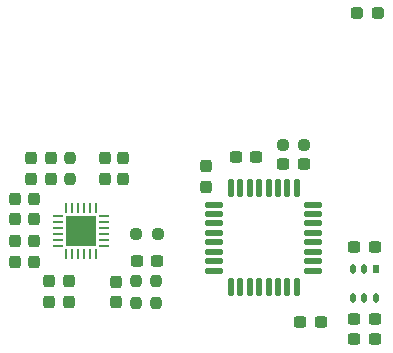
<source format=gtp>
G04 #@! TF.GenerationSoftware,KiCad,Pcbnew,7.0.7*
G04 #@! TF.CreationDate,2024-03-29T16:46:10+10:30*
G04 #@! TF.ProjectId,hawk,6861776b-2e6b-4696-9361-645f70636258,1*
G04 #@! TF.SameCoordinates,Original*
G04 #@! TF.FileFunction,Paste,Top*
G04 #@! TF.FilePolarity,Positive*
%FSLAX46Y46*%
G04 Gerber Fmt 4.6, Leading zero omitted, Abs format (unit mm)*
G04 Created by KiCad (PCBNEW 7.0.7) date 2024-03-29 16:46:10*
%MOMM*%
%LPD*%
G01*
G04 APERTURE LIST*
G04 Aperture macros list*
%AMRoundRect*
0 Rectangle with rounded corners*
0 $1 Rounding radius*
0 $2 $3 $4 $5 $6 $7 $8 $9 X,Y pos of 4 corners*
0 Add a 4 corners polygon primitive as box body*
4,1,4,$2,$3,$4,$5,$6,$7,$8,$9,$2,$3,0*
0 Add four circle primitives for the rounded corners*
1,1,$1+$1,$2,$3*
1,1,$1+$1,$4,$5*
1,1,$1+$1,$6,$7*
1,1,$1+$1,$8,$9*
0 Add four rect primitives between the rounded corners*
20,1,$1+$1,$2,$3,$4,$5,0*
20,1,$1+$1,$4,$5,$6,$7,0*
20,1,$1+$1,$6,$7,$8,$9,0*
20,1,$1+$1,$8,$9,$2,$3,0*%
G04 Aperture macros list end*
%ADD10R,0.550000X0.800000*%
%ADD11O,0.550000X0.800000*%
%ADD12R,0.812800X0.254000*%
%ADD13R,0.254000X0.812800*%
%ADD14R,2.641600X2.641600*%
%ADD15RoundRect,0.237500X-0.237500X0.250000X-0.237500X-0.250000X0.237500X-0.250000X0.237500X0.250000X0*%
%ADD16RoundRect,0.237500X0.300000X0.237500X-0.300000X0.237500X-0.300000X-0.237500X0.300000X-0.237500X0*%
%ADD17RoundRect,0.237500X-0.300000X-0.237500X0.300000X-0.237500X0.300000X0.237500X-0.300000X0.237500X0*%
%ADD18RoundRect,0.237500X0.250000X0.237500X-0.250000X0.237500X-0.250000X-0.237500X0.250000X-0.237500X0*%
%ADD19RoundRect,0.237500X-0.237500X0.300000X-0.237500X-0.300000X0.237500X-0.300000X0.237500X0.300000X0*%
%ADD20RoundRect,0.237500X0.237500X-0.300000X0.237500X0.300000X-0.237500X0.300000X-0.237500X-0.300000X0*%
%ADD21RoundRect,0.125000X0.125000X0.625000X-0.125000X0.625000X-0.125000X-0.625000X0.125000X-0.625000X0*%
%ADD22RoundRect,0.125000X0.625000X0.125000X-0.625000X0.125000X-0.625000X-0.125000X0.625000X-0.125000X0*%
%ADD23RoundRect,0.237500X0.287500X0.237500X-0.287500X0.237500X-0.287500X-0.237500X0.287500X-0.237500X0*%
%ADD24RoundRect,0.237500X0.237500X-0.250000X0.237500X0.250000X-0.237500X0.250000X-0.237500X-0.250000X0*%
%ADD25RoundRect,0.237500X-0.250000X-0.237500X0.250000X-0.237500X0.250000X0.237500X-0.250000X0.237500X0*%
G04 APERTURE END LIST*
G36*
X137570500Y-104164500D02*
G01*
X136449700Y-104164500D01*
X136449700Y-103043700D01*
X137570500Y-103043700D01*
X137570500Y-104164500D01*
G37*
G36*
X137570500Y-105485300D02*
G01*
X136449700Y-105485300D01*
X136449700Y-104364500D01*
X137570500Y-104364500D01*
X137570500Y-105485300D01*
G37*
G36*
X138891300Y-104164500D02*
G01*
X137770500Y-104164500D01*
X137770500Y-103043700D01*
X138891300Y-103043700D01*
X138891300Y-104164500D01*
G37*
G36*
X138891300Y-105485300D02*
G01*
X137770500Y-105485300D01*
X137770500Y-104364500D01*
X138891300Y-104364500D01*
X138891300Y-105485300D01*
G37*
D10*
X162623501Y-107509500D03*
D11*
X161673500Y-107509500D03*
X160723499Y-107509500D03*
X160723499Y-109909500D03*
X161673500Y-109909500D03*
X162623501Y-109909500D03*
D12*
X135727400Y-103014500D03*
X135727400Y-103514499D03*
X135727400Y-104014500D03*
X135727400Y-104514500D03*
X135727400Y-105014501D03*
X135727400Y-105514500D03*
D13*
X136420500Y-106207600D03*
X136920499Y-106207600D03*
X137420500Y-106207600D03*
X137920500Y-106207600D03*
X138420501Y-106207600D03*
X138920500Y-106207600D03*
D12*
X139613600Y-105514500D03*
X139613600Y-105014501D03*
X139613600Y-104514500D03*
X139613600Y-104014500D03*
X139613600Y-103514499D03*
X139613600Y-103014500D03*
D13*
X138920500Y-102321400D03*
X138420501Y-102321400D03*
X137920500Y-102321400D03*
X137420500Y-102321400D03*
X136920499Y-102321400D03*
X136420500Y-102321400D03*
D14*
X137670500Y-104264500D03*
D15*
X144020500Y-110323500D03*
X144020500Y-108498500D03*
D16*
X156239000Y-112011500D03*
X157964000Y-112011500D03*
D17*
X162536000Y-113408500D03*
X160811000Y-113408500D03*
D18*
X142346000Y-104518500D03*
X144171000Y-104518500D03*
D19*
X139668700Y-99853500D03*
X139668700Y-98128500D03*
D16*
X154808200Y-98610000D03*
X156533200Y-98610000D03*
D17*
X162536000Y-111757500D03*
X160811000Y-111757500D03*
D19*
X141192700Y-99853500D03*
X141192700Y-98128500D03*
D20*
X135130500Y-98128500D03*
X135130500Y-99853500D03*
D21*
X155948500Y-109004500D03*
X155148500Y-109004500D03*
X154348500Y-109004500D03*
X153548500Y-109004500D03*
X152748500Y-109004500D03*
X151948500Y-109004500D03*
X151148500Y-109004500D03*
X150348500Y-109004500D03*
D22*
X148973500Y-107629500D03*
X148973500Y-106829500D03*
X148973500Y-106029500D03*
X148973500Y-105229500D03*
X148973500Y-104429500D03*
X148973500Y-103629500D03*
X148973500Y-102829500D03*
X148973500Y-102029500D03*
D21*
X150348500Y-100654500D03*
X151148500Y-100654500D03*
X151948500Y-100654500D03*
X152748500Y-100654500D03*
X153548500Y-100654500D03*
X154348500Y-100654500D03*
X155148500Y-100654500D03*
X155948500Y-100654500D03*
D22*
X157323500Y-102029500D03*
X157323500Y-102829500D03*
X157323500Y-103629500D03*
X157323500Y-104429500D03*
X157323500Y-105229500D03*
X157323500Y-106029500D03*
X157323500Y-106829500D03*
X157323500Y-107629500D03*
D20*
X133479500Y-98128500D03*
X133479500Y-99853500D03*
D23*
X161052500Y-85849500D03*
X162802500Y-85849500D03*
D19*
X140659100Y-110273500D03*
X140659100Y-108548500D03*
D20*
X148252500Y-98776000D03*
X148252500Y-100501000D03*
D19*
X136620700Y-110267500D03*
X136620700Y-108542500D03*
D20*
X132082500Y-101557500D03*
X132082500Y-103282500D03*
D19*
X133699700Y-106878500D03*
X133699700Y-105153500D03*
D16*
X160811000Y-105661500D03*
X162536000Y-105661500D03*
D20*
X133699700Y-101557500D03*
X133699700Y-103282500D03*
D17*
X152503000Y-98041500D03*
X150778000Y-98041500D03*
D24*
X136781500Y-98078500D03*
X136781500Y-99903500D03*
D17*
X144121000Y-106804500D03*
X142396000Y-106804500D03*
D19*
X134969700Y-110267500D03*
X134969700Y-108542500D03*
D25*
X156583200Y-96959000D03*
X154758200Y-96959000D03*
D19*
X132082500Y-106878500D03*
X132082500Y-105153500D03*
D15*
X142369500Y-110323500D03*
X142369500Y-108498500D03*
M02*

</source>
